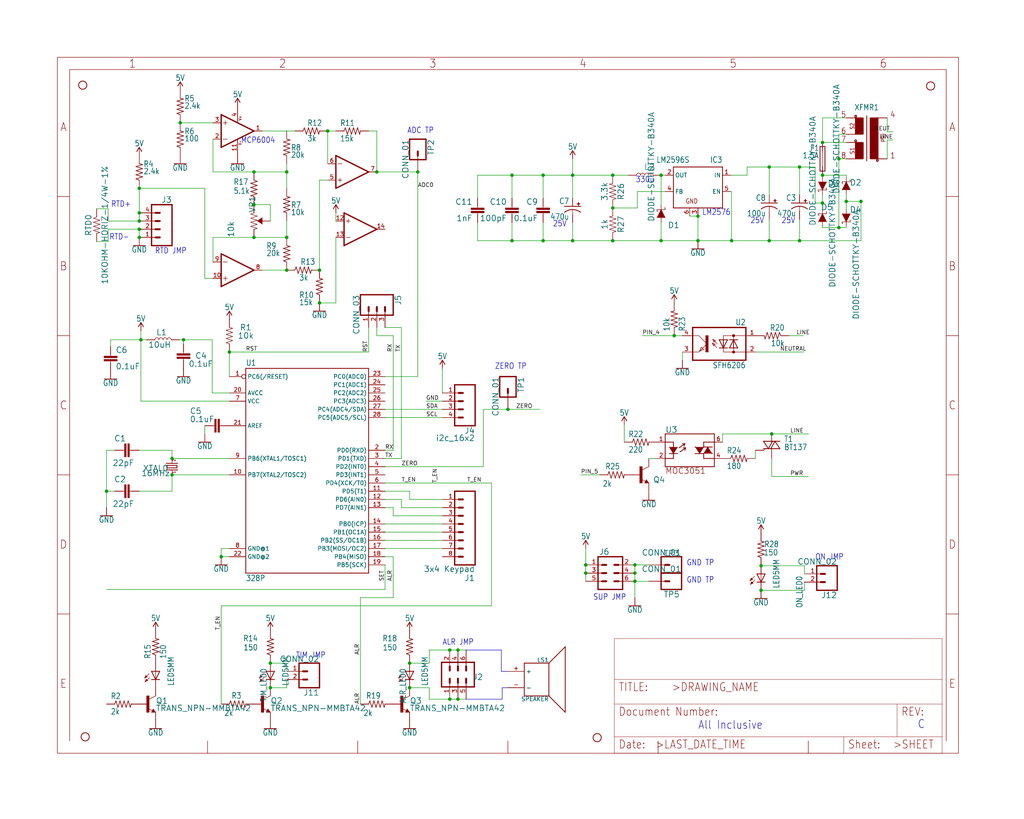
<source format=kicad_sch>
(kicad_sch (version 20220622) (generator eeschema)
  (paper "User" 317.5 254.051)
  (junction (at 78.74 73.66))
  (junction (at 204.978 74.676))
  (junction (at 68.58 172.72))
  (junction (at 83.82 205.74))
  (junction (at 83.82 213.36))
  (junction (at 88.9 53.34))
  (junction (at 33.02 152.4))
  (junction (at 238.506 74.676))
  (junction (at 247.904 51.816))
  (junction (at 127 205.74))
  (junction (at 196.85 180.34))
  (junction (at 196.85 175.26))
  (junction (at 139.446 216.916))
  (junction (at 235.966 175.514))
  (junction (at 255.016 62.992))
  (junction (at 247.904 74.676))
  (junction (at 177.546 54.356))
  (junction (at 116.84 53.34))
  (junction (at 56.896 105.41))
  (junction (at 226.822 74.676))
  (junction (at 181.61 175.26))
  (junction (at 78.74 53.34))
  (junction (at 43.18 71.12))
  (junction (at 262.382 62.484))
  (junction (at 239.268 134.62))
  (junction (at 177.546 74.676))
  (junction (at 88.9 83.82))
  (junction (at 168.402 74.676))
  (junction (at 238.506 51.816))
  (junction (at 43.18 58.42))
  (junction (at 101.6 40.64))
  (junction (at 139.446 201.676))
  (junction (at 189.992 64.516))
  (junction (at 78.74 63.5))
  (junction (at 189.992 74.676))
  (junction (at 43.18 66.04))
  (junction (at 196.85 177.8))
  (junction (at 71.12 109.22))
  (junction (at 157.48 127))
  (junction (at 266.954 62.484))
  (junction (at 99.06 83.82))
  (junction (at 88.9 73.66))
  (junction (at 255.016 44.196))
  (junction (at 216.408 67.056))
  (junction (at 189.992 54.356))
  (junction (at 260.096 70.612))
  (junction (at 204.978 54.356))
  (junction (at 55.88 38.1))
  (junction (at 158.75 54.356))
  (junction (at 255.016 54.356))
  (junction (at 141.986 201.676))
  (junction (at 168.402 54.356))
  (junction (at 43.18 73.66))
  (junction (at 43.18 68.58))
  (junction (at 141.986 216.916))
  (junction (at 158.75 74.676))
  (junction (at 43.688 105.41))
  (junction (at 53.34 142.24))
  (junction (at 53.34 147.32))
  (junction (at 181.61 177.8))
  (junction (at 127 213.36))
  (junction (at 99.06 93.98))
  (junction (at 209.042 104.14))
  (junction (at 260.096 49.276))
  (junction (at 216.408 74.676))
  (junction (at 129.54 53.34))
  (junction (at 235.966 183.134))
  (wire (pts (xy 276.86 43.434) (xy 275.082 43.434)))
  (wire (pts (xy 189.992 64.516) (xy 197.612 64.516)))
  (wire (pts (xy 124.46 157.48) (xy 137.16 157.48)))
  (wire (pts (xy 88.9 213.36) (xy 88.9 210.82)))
  (wire (pts (xy 141.986 201.676) (xy 144.526 201.676)))
  (wire (pts (xy 63.5 132.08) (xy 63.5 134.62)))
  (wire (pts (xy 260.096 49.276) (xy 260.096 70.612)))
  (wire (pts (xy 137.16 114.3) (xy 137.16 121.92)))
  (wire (pts (xy 78.74 53.34) (xy 88.9 53.34)))
  (wire (pts (xy 43.688 105.41) (xy 34.29 105.41)))
  (wire (pts (xy 119.38 165.1) (xy 137.16 165.1)))
  (polyline (pts (xy 155.448 201.676) (xy 144.526 201.676)))
  (wire (pts (xy 204.978 63.754) (xy 204.978 54.356)))
  (wire (pts (xy 255.016 62.992) (xy 252.73 62.992)))
  (wire (pts (xy 181.61 177.8) (xy 181.61 175.26)))
  (wire (pts (xy 224.028 134.62) (xy 239.268 134.62)))
  (wire (pts (xy 177.546 74.676) (xy 189.992 74.676)))
  (wire (pts (xy 255.016 55.118) (xy 255.016 54.356)))
  (wire (pts (xy 43.688 105.41) (xy 43.688 124.46)))
  (wire (pts (xy 177.546 69.088) (xy 177.546 74.676)))
  (wire (pts (xy 99.06 93.98) (xy 104.14 93.98)))
  (wire (pts (xy 53.34 142.24) (xy 71.12 142.24)))
  (wire (pts (xy 148.082 61.468) (xy 148.082 54.356)))
  (wire (pts (xy 260.096 49.276) (xy 260.096 41.656)))
  (wire (pts (xy 196.85 180.34) (xy 196.85 185.42)))
  (wire (pts (xy 249.428 180.594) (xy 249.428 183.134)))
  (wire (pts (xy 238.506 51.816) (xy 247.904 51.816)))
  (wire (pts (xy 133.096 216.916) (xy 139.446 216.916)))
  (wire (pts (xy 124.46 154.94) (xy 124.46 157.48)))
  (wire (pts (xy 206.248 59.436) (xy 197.612 59.436)))
  (wire (pts (xy 234.188 139.7) (xy 234.188 142.24)))
  (wire (pts (xy 127 152.4) (xy 119.38 152.4)))
  (wire (pts (xy 196.85 177.8) (xy 196.85 180.34)))
  (wire (pts (xy 33.528 64.77) (xy 33.528 68.58)))
  (wire (pts (xy 104.14 40.64) (xy 101.6 40.64)))
  (wire (pts (xy 124.46 101.6) (xy 119.38 101.6)))
  (wire (pts (xy 193.548 137.16) (xy 193.548 131.826)))
  (wire (pts (xy 121.92 157.48) (xy 119.38 157.48)))
  (wire (pts (xy 88.9 208.28) (xy 88.9 205.74)))
  (wire (pts (xy 149.86 127) (xy 157.48 127)))
  (wire (pts (xy 266.954 74.676) (xy 247.904 74.676)))
  (wire (pts (xy 56.896 106.68) (xy 56.896 105.41)))
  (polyline (pts (xy 155.702 216.916) (xy 155.702 213.36)))
  (wire (pts (xy 33.02 152.4) (xy 33.02 157.48)))
  (wire (pts (xy 137.16 160.02) (xy 121.92 160.02)))
  (wire (pts (xy 255.016 60.198) (xy 255.016 62.992)))
  (wire (pts (xy 148.082 54.356) (xy 158.75 54.356)))
  (wire (pts (xy 104.14 68.58) (xy 104.14 66.04)))
  (wire (pts (xy 255.016 70.612) (xy 260.096 70.612)))
  (wire (pts (xy 244.602 104.14) (xy 249.174 104.14)))
  (wire (pts (xy 121.92 185.42) (xy 111.76 185.42)))
  (wire (pts (xy 201.168 152.4) (xy 201.168 152.654)))
  (wire (pts (xy 226.822 74.676) (xy 216.408 74.676)))
  (wire (pts (xy 213.868 67.056) (xy 216.408 67.056)))
  (wire (pts (xy 63.5 58.42) (xy 43.18 58.42)))
  (wire (pts (xy 88.9 73.66) (xy 88.9 68.58)))
  (wire (pts (xy 249.428 178.054) (xy 249.428 175.514)))
  (wire (pts (xy 65.786 121.92) (xy 65.786 105.41)))
  (wire (pts (xy 185.928 147.32) (xy 180.086 147.32)))
  (wire (pts (xy 119.38 129.54) (xy 137.16 129.54)))
  (wire (pts (xy 88.9 205.74) (xy 83.82 205.74)))
  (wire (pts (xy 204.978 68.834) (xy 204.978 74.676)))
  (wire (pts (xy 127 154.94) (xy 127 152.4)))
  (wire (pts (xy 158.75 61.468) (xy 158.75 54.356)))
  (wire (pts (xy 276.86 40.894) (xy 275.082 40.894)))
  (wire (pts (xy 255.016 44.196) (xy 255.016 36.576)))
  (wire (pts (xy 116.84 104.14) (xy 116.84 101.6)))
  (wire (pts (xy 226.568 59.436) (xy 226.822 59.436)))
  (wire (pts (xy 177.546 54.356) (xy 189.992 54.356)))
  (wire (pts (xy 68.58 218.44) (xy 68.58 187.96)))
  (wire (pts (xy 129.54 116.84) (xy 129.54 53.34)))
  (wire (pts (xy 33.02 182.88) (xy 119.38 182.88)))
  (wire (pts (xy 119.38 149.86) (xy 152.4 149.86)))
  (wire (pts (xy 66.04 73.66) (xy 78.74 73.66)))
  (wire (pts (xy 152.4 187.96) (xy 152.4 149.86)))
  (wire (pts (xy 71.12 109.22) (xy 114.3 109.22)))
  (wire (pts (xy 68.58 187.96) (xy 152.4 187.96)))
  (wire (pts (xy 65.786 121.92) (xy 71.12 121.92)))
  (wire (pts (xy 252.73 62.992) (xy 252.73 51.816)))
  (wire (pts (xy 262.382 62.484) (xy 262.382 60.198)))
  (wire (pts (xy 121.92 185.42) (xy 121.92 172.72)))
  (polyline (pts (xy 155.448 208.28) (xy 155.448 201.676)))
  (wire (pts (xy 148.082 74.676) (xy 158.75 74.676)))
  (wire (pts (xy 121.92 104.14) (xy 116.84 104.14)))
  (wire (pts (xy 157.48 127) (xy 167.386 127)))
  (wire (pts (xy 201.168 142.24) (xy 203.708 142.24)))
  (wire (pts (xy 139.446 201.676) (xy 141.986 201.676)))
  (wire (pts (xy 247.904 51.816) (xy 252.73 51.816)))
  (wire (pts (xy 83.82 213.36) (xy 88.9 213.36)))
  (wire (pts (xy 239.268 142.24) (xy 239.268 147.828)))
  (wire (pts (xy 168.402 74.676) (xy 177.546 74.676)))
  (wire (pts (xy 104.14 93.98) (xy 104.14 73.66)))
  (wire (pts (xy 255.016 54.356) (xy 262.382 54.356)))
  (wire (pts (xy 247.904 60.452) (xy 247.904 51.816)))
  (wire (pts (xy 66.04 86.36) (xy 63.5 86.36)))
  (wire (pts (xy 262.382 36.576) (xy 255.016 36.576)))
  (wire (pts (xy 196.85 177.8) (xy 196.85 175.26)))
  (wire (pts (xy 231.648 54.356) (xy 231.648 51.816)))
  (wire (pts (xy 68.58 172.72) (xy 68.58 170.18)))
  (wire (pts (xy 43.688 102.616) (xy 43.688 105.41)))
  (wire (pts (xy 119.38 139.7) (xy 121.92 139.7)))
  (wire (pts (xy 99.06 55.88) (xy 101.6 55.88)))
  (wire (pts (xy 189.992 54.356) (xy 194.818 54.356)))
  (wire (pts (xy 275.082 43.434) (xy 275.082 49.276)))
  (wire (pts (xy 33.528 68.58) (xy 43.18 68.58)))
  (wire (pts (xy 66.04 38.1) (xy 55.88 38.1)))
  (wire (pts (xy 43.18 68.58) (xy 43.18 66.04)))
  (wire (pts (xy 224.028 137.16) (xy 224.028 134.62)))
  (wire (pts (xy 29.972 74.93) (xy 33.528 74.93)))
  (wire (pts (xy 177.546 54.356) (xy 177.546 49.276)))
  (wire (pts (xy 71.12 109.22) (xy 71.12 116.84)))
  (wire (pts (xy 81.28 83.82) (xy 88.9 83.82)))
  (wire (pts (xy 114.3 101.6) (xy 114.3 109.22)))
  (wire (pts (xy 260.096 70.612) (xy 262.382 70.612)))
  (wire (pts (xy 262.382 70.104) (xy 262.382 70.612)))
  (wire (pts (xy 247.904 68.072) (xy 247.904 74.676)))
  (wire (pts (xy 33.528 71.12) (xy 43.18 71.12)))
  (wire (pts (xy 204.978 74.676) (xy 189.992 74.676)))
  (wire (pts (xy 63.5 86.36) (xy 63.5 58.42)))
  (wire (pts (xy 88.9 53.34) (xy 88.9 58.42)))
  (wire (pts (xy 66.04 53.34) (xy 78.74 53.34)))
  (wire (pts (xy 137.16 124.46) (xy 132.08 124.46)))
  (polyline (pts (xy 157.48 208.28) (xy 155.448 208.28)))
  (wire (pts (xy 133.096 205.74) (xy 133.096 201.676)))
  (wire (pts (xy 249.428 183.134) (xy 235.966 183.134)))
  (wire (pts (xy 111.76 185.42) (xy 111.76 218.44)))
  (wire (pts (xy 234.442 109.22) (xy 249.174 109.22)))
  (wire (pts (xy 124.46 142.24) (xy 124.46 101.6)))
  (wire (pts (xy 119.38 116.84) (xy 129.54 116.84)))
  (polyline (pts (xy 144.526 216.916) (xy 155.702 216.916)))
  (wire (pts (xy 66.04 43.18) (xy 66.04 53.34)))
  (wire (pts (xy 127 205.74) (xy 133.096 205.74)))
  (wire (pts (xy 211.582 109.22) (xy 211.582 111.76)))
  (wire (pts (xy 83.82 63.5) (xy 78.74 63.5)))
  (wire (pts (xy 55.626 105.41) (xy 56.896 105.41)))
  (wire (pts (xy 66.04 81.28) (xy 66.04 73.66)))
  (wire (pts (xy 199.136 104.14) (xy 209.042 104.14)))
  (wire (pts (xy 53.34 147.32) (xy 53.34 152.4)))
  (wire (pts (xy 262.382 62.484) (xy 266.954 62.484)))
  (wire (pts (xy 71.12 172.72) (xy 68.58 172.72)))
  (wire (pts (xy 116.84 53.34) (xy 129.54 53.34)))
  (wire (pts (xy 177.546 61.468) (xy 177.546 54.356)))
  (wire (pts (xy 34.29 105.41) (xy 34.29 107.442)))
  (wire (pts (xy 141.986 216.916) (xy 139.446 216.916)))
  (wire (pts (xy 209.042 104.14) (xy 211.582 104.14)))
  (wire (pts (xy 35.56 139.7) (xy 33.02 139.7)))
  (wire (pts (xy 81.28 40.64) (xy 91.44 40.64)))
  (wire (pts (xy 119.38 170.18) (xy 137.16 170.18)))
  (wire (pts (xy 196.85 175.26) (xy 201.168 175.26)))
  (wire (pts (xy 127 213.36) (xy 133.096 213.36)))
  (wire (pts (xy 148.082 69.088) (xy 148.082 74.676)))
  (wire (pts (xy 101.6 40.64) (xy 101.6 50.8)))
  (wire (pts (xy 35.56 152.4) (xy 33.02 152.4)))
  (wire (pts (xy 168.402 69.088) (xy 168.402 74.676)))
  (wire (pts (xy 119.38 162.56) (xy 137.16 162.56)))
  (wire (pts (xy 197.612 59.436) (xy 197.612 64.516)))
  (wire (pts (xy 247.904 74.676) (xy 238.506 74.676)))
  (wire (pts (xy 168.402 54.356) (xy 177.546 54.356)))
  (wire (pts (xy 71.12 147.32) (xy 53.34 147.32)))
  (wire (pts (xy 260.096 49.276) (xy 262.382 49.276)))
  (wire (pts (xy 149.86 144.78) (xy 149.86 127)))
  (wire (pts (xy 239.268 147.828) (xy 250.698 147.828)))
  (wire (pts (xy 119.38 142.24) (xy 124.46 142.24)))
  (wire (pts (xy 53.34 139.7) (xy 53.34 142.24)))
  (wire (pts (xy 116.84 53.34) (xy 116.84 40.64)))
  (wire (pts (xy 71.12 124.46) (xy 43.688 124.46)))
  (wire (pts (xy 33.02 139.7) (xy 33.02 152.4)))
  (wire (pts (xy 266.954 62.484) (xy 267.208 62.484)))
  (wire (pts (xy 255.016 62.992) (xy 255.016 65.024)))
  (wire (pts (xy 29.972 64.77) (xy 33.528 64.77)))
  (wire (pts (xy 206.248 54.356) (xy 204.978 54.356)))
  (wire (pts (xy 33.528 74.93) (xy 33.528 71.12)))
  (wire (pts (xy 216.408 74.676) (xy 204.978 74.676)))
  (wire (pts (xy 56.896 105.41) (xy 65.786 105.41)))
  (wire (pts (xy 226.822 59.436) (xy 226.822 74.676)))
  (wire (pts (xy 137.16 154.94) (xy 127 154.94)))
  (wire (pts (xy 238.506 68.072) (xy 238.506 74.676)))
  (wire (pts (xy 231.648 51.816) (xy 238.506 51.816)))
  (wire (pts (xy 53.34 152.4) (xy 43.18 152.4)))
  (wire (pts (xy 99.06 55.88) (xy 99.06 83.82)))
  (wire (pts (xy 119.38 154.94) (xy 124.46 154.94)))
  (wire (pts (xy 168.402 61.468) (xy 168.402 54.356)))
  (wire (pts (xy 43.18 71.12) (xy 43.18 73.66)))
  (wire (pts (xy 158.75 69.088) (xy 158.75 74.676)))
  (wire (pts (xy 238.506 74.676) (xy 226.822 74.676)))
  (wire (pts (xy 83.82 68.58) (xy 83.82 63.5)))
  (wire (pts (xy 88.9 53.34) (xy 88.9 50.8)))
  (wire (pts (xy 43.18 66.04) (xy 43.18 58.42)))
  (wire (pts (xy 119.38 127) (xy 137.16 127)))
  (wire (pts (xy 181.61 175.26) (xy 181.61 170.18)))
  (wire (pts (xy 133.096 213.36) (xy 133.096 216.916)))
  (wire (pts (xy 141.986 216.916) (xy 144.526 216.916)))
  (wire (pts (xy 121.92 160.02) (xy 121.92 157.48)))
  (polyline (pts (xy 157.48 213.36) (xy 155.702 213.36)))
  (wire (pts (xy 238.506 60.452) (xy 238.506 51.816)))
  (wire (pts (xy 255.016 70.104) (xy 255.016 70.612)))
  (wire (pts (xy 260.096 41.656) (xy 262.382 41.656)))
  (wire (pts (xy 68.58 170.18) (xy 71.12 170.18)))
  (wire (pts (xy 262.382 44.196) (xy 255.016 44.196)))
  (wire (pts (xy 262.382 54.356) (xy 262.382 55.118)))
  (wire (pts (xy 189.992 64.262) (xy 189.992 64.516)))
  (wire (pts (xy 275.082 40.894) (xy 275.082 36.576)))
  (wire (pts (xy 266.954 62.484) (xy 266.954 74.676)))
  (wire (pts (xy 133.096 201.676) (xy 139.446 201.676)))
  (wire (pts (xy 45.466 105.41) (xy 43.688 105.41)))
  (wire (pts (xy 158.75 54.356) (xy 168.402 54.356)))
  (wire (pts (xy 216.408 67.056) (xy 216.408 74.676)))
  (wire (pts (xy 181.61 180.34) (xy 181.61 177.8)))
  (wire (pts (xy 262.382 65.024) (xy 262.382 62.484)))
  (wire (pts (xy 78.74 73.66) (xy 88.9 73.66)))
  (wire (pts (xy 121.92 139.7) (xy 121.92 104.14)))
  (wire (pts (xy 119.38 182.88) (xy 119.38 175.26)))
  (wire (pts (xy 119.38 172.72) (xy 121.92 172.72)))
  (wire (pts (xy 43.18 139.7) (xy 53.34 139.7)))
  (wire (pts (xy 119.38 167.64) (xy 137.16 167.64)))
  (wire (pts (xy 249.428 175.514) (xy 235.966 175.514)))
  (wire (pts (xy 239.268 134.62) (xy 250.698 134.62)))
  (wire (pts (xy 116.84 40.64) (xy 114.3 40.64)))
  (wire (pts (xy 119.38 144.78) (xy 149.86 144.78)))
  (wire (pts (xy 158.75 74.676) (xy 168.402 74.676)))
  (wire (pts (xy 226.568 54.356) (xy 231.648 54.356)))
  (wire (pts (xy 196.85 180.34) (xy 201.168 180.34)))
  (text "GND TP" (at 212.852 181.102 0) (effects (font (size 1.778 1.5113)) (justify left bottom)))
  (text "All Inclusive" (at 216.408 226.568 0) (effects (font (size 2.54 2.159)) (justify left bottom)))
  (text "ADC TP" (at 126.238 41.656 0) (effects (font (size 1.778 1.5113)) (justify left bottom)))
  (text "RTD+" (at 40.64 64.516 0) (effects (font (size 1.778 1.5113)) (justify right bottom)))
  (text "GND TP" (at 212.852 175.768 0) (effects (font (size 1.778 1.5113)) (justify left bottom)))
  (text "SUP JMP" (at 183.896 186.436 0) (effects (font (size 1.778 1.5113)) (justify left bottom)))
  (text "C" (at 284.48 226.314 0) (effects (font (size 2.54 2.159)) (justify left bottom)))
  (text "RTD JMP" (at 48.006 78.994 0) (effects (font (size 1.778 1.5113)) (justify left bottom)))
  (text "ZERO TP" (at 153.416 114.808 0) (effects (font (size 1.778 1.5113)) (justify left bottom)))
  (text "330u" (at 202.946 56.896 0) (effects (font (size 1.778 1.5113)) (justify right bottom)))
  (text "ALR JMP" (at 137.16 200.406 0) (effects (font (size 1.778 1.5113)) (justify left bottom)))
  (text "25V" (at 236.982 69.596 0) (effects (font (size 1.778 1.5113)) (justify right bottom)))
  (text "RTD-" (at 40.132 74.676 0) (effects (font (size 1.778 1.5113)) (justify right bottom)))
  (text "MCP6004" (at 74.676 44.704 0) (effects (font (size 1.778 1.5113)) (justify left bottom)))
  (text "ON JMP" (at 252.73 173.99 0) (effects (font (size 1.778 1.5113)) (justify left bottom)))
  (text "LM2576" (at 217.678 67.056 0) (effects (font (size 1.778 1.5113)) (justify left bottom)))
  (text "TIM JMP" (at 91.694 204.47 0) (effects (font (size 1.778 1.5113)) (justify left bottom)))
  (text "25V" (at 246.634 69.596 0) (effects (font (size 1.778 1.5113)) (justify right bottom)))
  (text "25V" (at 175.768 70.612 0) (effects (font (size 1.778 1.5113)) (justify right bottom)))
  (label "ALR" (at 111.76 203.2 90) (effects (font (size 1.2446 1.2446))))
  (label "NEUT" (at 275.971 40.894 180) (effects (font (size 1.2446 1.2446))))
  (label "ALR" (at 121.92 180.34 90) (effects (font (size 1.2446 1.2446))))
  (label "LINE" (at 244.983 134.62 0) (effects (font (size 1.2446 1.2446))))
  (label "GND" (at 132.08 124.46 0) (effects (font (size 1.2446 1.2446))))
  (label "LINE" (at 276.86 43.434 180) (effects (font (size 1.2446 1.2446))))
  (label "ZERO" (at 160.02 127 0) (effects (font (size 1.2446 1.2446))))
  (label "SET" (at 119.38 180.34 90) (effects (font (size 1.2446 1.2446))))
  (label "T_EN" (at 68.58 195.58 90) (effects (font (size 1.2446 1.2446))))
  (label "TX" (at 119.38 142.24 0) (effects (font (size 1.2446 1.2446))))
  (label "PIN_5" (at 180.086 147.32 0) (effects (font (size 1.2446 1.2446))))
  (label "ADC0" (at 129.54 58.42 0) (effects (font (size 1.2446 1.2446))))
  (label "PIN_4" (at 199.136 104.14 0) (effects (font (size 1.2446 1.2446))))
  (label "RX" (at 121.92 109.22 90) (effects (font (size 1.2446 1.2446))))
  (label "NEUTRAL" (at 241.808 109.22 0) (effects (font (size 1.2446 1.2446))))
  (label "TX" (at 124.46 109.22 90) (effects (font (size 1.2446 1.2446))))
  (label "T_EN" (at 124.46 149.86 0) (effects (font (size 1.2446 1.2446))))
  (label "SDA" (at 132.08 127 0) (effects (font (size 1.2446 1.2446))))
  (label "SCL" (at 132.08 129.54 0) (effects (font (size 1.2446 1.2446))))
  (label "T_EN" (at 144.78 149.86 0) (effects (font (size 1.2446 1.2446))))
  (label "LINE" (at 246.888 104.14 0) (effects (font (size 1.2446 1.2446))))
  (label "T_EN" (at 135.89 149.86 90) (effects (font (size 1.2446 1.2446))))
  (label "RST" (at 76.2 109.22 0) (effects (font (size 1.2446 1.2446))))
  (label "ALR" (at 111.76 218.44 90) (effects (font (size 1.2446 1.2446))))
  (label "PWR" (at 244.983 147.828 0) (effects (font (size 1.2446 1.2446))))
  (label "ZERO" (at 124.46 144.78 0) (effects (font (size 1.2446 1.2446))))
  (label "RST" (at 114.3 109.22 90) (effects (font (size 1.2446 1.2446))))
  (label "RX" (at 119.38 139.7 0) (effects (font (size 1.2446 1.2446))))
  (symbol (lib_id "Report Cut-up schematic-eagle-import:FRAME_A_L") (at 190.5 233.68 0) (unit 2)
    (default_instance (reference "U") (unit 1) (value "") (footprint ""))
    (property "Reference" "#FRAME1" (effects hide))
    (property "Value" "FRAME_A_L" (effects hide))
    (property "Footprint" "Report Cut-up schematic:" (effects hide))
  )
  (symbol (lib_id "Report Cut-up schematic-eagle-import:R-US_R0603") (at 78.74 58.42 270) (unit 1)
    (default_instance (reference "U") (unit 1) (value "") (footprint ""))
    (property "Reference" "R17" (at 72.39 57.3786 90) (effects (font (size 1.778 1.5113)) (justify left bottom)))
    (property "Value" "5.1k" (at 72.39 60.198 90) (effects (font (size 1.778 1.5113)) (justify left bottom)))
    (property "Footprint" "Report Cut-up schematic:R0603" (effects hide))
  )
  (symbol (lib_id "Report Cut-up schematic-eagle-import:TRANS_NPN-MMBTA42") (at 45.72 218.44 0) (unit 1)
    (default_instance (reference "U") (unit 1) (value "") (footprint ""))
    (property "Reference" "Q1" (at 48.26 218.44 0) (effects (font (size 1.778 1.778)) (justify left bottom)))
    (property "Value" "TRANS_NPN-MMBTA42" (at 48.26 220.726 0) (effects (font (size 1.778 1.778)) (justify left bottom)))
    (property "Footprint" "Report Cut-up schematic:SOT23-3" (effects hide))
  )
  (symbol (lib_id "Report Cut-up schematic-eagle-import:10KOHM-0603-1{slash}10W-1%") (at 71.12 104.14 90) (unit 1)
    (default_instance (reference "U") (unit 1) (value "") (footprint ""))
    (property "Reference" "R1" (at 76.2 100.584 90) (effects (font (size 1.778 1.778)) (justify bottom)))
    (property "Value" "10k" (at 76.2 105.156 90) (effects (font (size 1.778 1.778)) (justify top)))
    (property "Footprint" "Report Cut-up schematic:0603" (effects hide))
  )
  (symbol (lib_id "Report Cut-up schematic-eagle-import:5V") (at 55.88 27.94 0) (unit 1)
    (default_instance (reference "U") (unit 1) (value "") (footprint ""))
    (property "Reference" "#SUPPLY6" (effects hide))
    (property "Value" "5V" (at 55.88 25.146 0) (effects (font (size 1.778 1.5113)) (justify bottom)))
    (property "Footprint" "Report Cut-up schematic:" (effects hide))
  )
  (symbol (lib_id "Report Cut-up schematic-eagle-import:EE20-2") (at 270.002 41.656 0) (mirror y) (unit 1)
    (default_instance (reference "U") (unit 1) (value "") (footprint ""))
    (property "Reference" "XFMR1" (at 272.542 34.29 0) (effects (font (size 1.778 1.5113)) (justify left bottom)))
    (property "Value" "EE20-2" (effects hide))
    (property "Footprint" "Report Cut-up schematic:EE20-2" (effects hide))
  )
  (symbol (lib_id "Report Cut-up schematic-eagle-import:GND") (at 43.18 76.2 0) (mirror y) (unit 1)
    (default_instance (reference "U") (unit 1) (value "") (footprint ""))
    (property "Reference" "#GND14" (effects hide))
    (property "Value" "GND" (at 43.18 76.454 0) (effects (font (size 1.778 1.5113)) (justify top)))
    (property "Footprint" "Report Cut-up schematic:" (effects hide))
  )
  (symbol (lib_id "Report Cut-up schematic-eagle-import:R-US_R0603") (at 209.042 99.06 270) (mirror x) (unit 1)
    (default_instance (reference "U") (unit 1) (value "") (footprint ""))
    (property "Reference" "R23" (at 210.5406 102.87 0) (effects (font (size 1.778 1.5113)) (justify left bottom)))
    (property "Value" "10k" (at 205.74 102.87 0) (effects (font (size 1.778 1.5113)) (justify left bottom)))
    (property "Footprint" "Report Cut-up schematic:R0603" (effects hide))
  )
  (symbol (lib_id "Report Cut-up schematic-eagle-import:STAND-OFF") (at 26.416 228.6 0) (unit 1)
    (default_instance (reference "U") (unit 1) (value "") (footprint ""))
    (property "Reference" "H3" (effects hide))
    (property "Value" "STAND-OFF" (effects hide))
    (property "Footprint" "Report Cut-up schematic:STAND-OFF" (effects hide))
  )
  (symbol (lib_id "Report Cut-up schematic-eagle-import:5V") (at 43.18 48.26 0) (unit 1)
    (default_instance (reference "U") (unit 1) (value "") (footprint ""))
    (property "Reference" "#SUPPLY5" (effects hide))
    (property "Value" "5V" (at 43.18 45.466 0) (effects (font (size 1.778 1.5113)) (justify bottom)))
    (property "Footprint" "Report Cut-up schematic:" (effects hide))
  )
  (symbol (lib_id "Report Cut-up schematic-eagle-import:STAND-OFF") (at 25.654 26.416 0) (unit 1)
    (default_instance (reference "U") (unit 1) (value "") (footprint ""))
    (property "Reference" "H2" (effects hide))
    (property "Value" "STAND-OFF" (effects hide))
    (property "Footprint" "Report Cut-up schematic:STAND-OFF" (effects hide))
  )
  (symbol (lib_id "Report Cut-up schematic-eagle-import:5V") (at 193.548 131.826 0) (unit 1)
    (default_instance (reference "U") (unit 1) (value "") (footprint ""))
    (property "Reference" "#SUPPLY14" (effects hide))
    (property "Value" "5V" (at 193.548 129.032 0) (effects (font (size 1.778 1.5113)) (justify bottom)))
    (property "Footprint" "Report Cut-up schematic:" (effects hide))
  )
  (symbol (lib_id "Report Cut-up schematic-eagle-import:R-US_R0603") (at 55.88 33.02 90) (unit 1)
    (default_instance (reference "U") (unit 1) (value "") (footprint ""))
    (property "Reference" "R5" (at 57.15 31.5214 90) (effects (font (size 1.778 1.5113)) (justify right top)))
    (property "Value" "2.4k" (at 57.15 33.782 90) (effects (font (size 1.778 1.5113)) (justify right top)))
    (property "Footprint" "Report Cut-up schematic:R0603" (effects hide))
  )
  (symbol (lib_id "Report Cut-up schematic-eagle-import:22PF-0603-50V-5%") (at 40.64 139.7 90) (unit 1)
    (default_instance (reference "U") (unit 1) (value "") (footprint ""))
    (property "Reference" "C1" (at 39.116 135.001 90) (effects (font (size 1.778 1.778)) (justify left bottom)))
    (property "Value" "22pF" (at 41.656 142.621 90) (effects (font (size 1.778 1.778)) (justify left bottom)))
    (property "Footprint" "Report Cut-up schematic:0603" (effects hide))
  )
  (symbol (lib_id "Report Cut-up schematic-eagle-import:GND") (at 56.896 116.84 0) (unit 1)
    (default_instance (reference "U") (unit 1) (value "") (footprint ""))
    (property "Reference" "#GND17" (effects hide))
    (property "Value" "GND" (at 56.896 117.094 0) (effects (font (size 1.778 1.5113)) (justify top)))
    (property "Footprint" "Report Cut-up schematic:" (effects hide))
  )
  (symbol (lib_id "Report Cut-up schematic-eagle-import:CONN_04") (at 142.24 124.46 180) (unit 1)
    (default_instance (reference "U") (unit 1) (value "") (footprint ""))
    (property "Reference" "J4" (at 147.32 132.588 0) (effects (font (size 1.778 1.778)) (justify left bottom)))
    (property "Value" "i2c_16x2" (at 147.32 134.874 0) (effects (font (size 1.778 1.778)) (justify left bottom)))
    (property "Footprint" "Report Cut-up schematic:1X04" (effects hide))
  )
  (symbol (lib_id "Report Cut-up schematic-eagle-import:R-US_R0603") (at 38.1 218.44 0) (unit 1)
    (default_instance (reference "U") (unit 1) (value "") (footprint ""))
    (property "Reference" "R2" (at 34.29 216.9414 0) (effects (font (size 1.778 1.5113)) (justify left bottom)))
    (property "Value" "2k" (at 34.29 221.742 0) (effects (font (size 1.778 1.5113)) (justify left bottom)))
    (property "Footprint" "Report Cut-up schematic:R0603" (effects hide))
  )
  (symbol (lib_id "Report Cut-up schematic-eagle-import:MOC3051") (at 213.868 139.7 0) (unit 1)
    (default_instance (reference "U") (unit 1) (value "") (footprint ""))
    (property "Reference" "U3" (at 206.248 134.366 0) (effects (font (size 1.778 1.778)) (justify left bottom)))
    (property "Value" "MOC3051" (effects hide))
    (property "Footprint" "Report Cut-up schematic:DIP8SMD" (effects hide))
  )
  (symbol (lib_id "Report Cut-up schematic-eagle-import:10KOHM-HORIZ-1{slash}4W-1%") (at 29.972 69.85 90) (mirror x) (unit 1)
    (default_instance (reference "U") (unit 1) (value "") (footprint ""))
    (property "Reference" "RTD0" (at 28.448 69.85 0) (effects (font (size 1.778 1.778)) (justify bottom)))
    (property "Value" "10KOHM-HORIZ-1{slash}4W-1%" (at 31.496 69.85 0) (effects (font (size 1.778 1.778)) (justify top)))
    (property "Footprint" "Report Cut-up schematic:AXIAL-0.3" (effects hide))
  )
  (symbol (lib_id "Report Cut-up schematic-eagle-import:CONN_03") (at 116.84 93.98 270) (unit 1)
    (default_instance (reference "U") (unit 1) (value "") (footprint ""))
    (property "Reference" "J5" (at 122.428 91.44 0) (effects (font (size 1.778 1.778)) (justify left bottom)))
    (property "Value" "CONN_03" (at 109.474 91.44 0) (effects (font (size 1.778 1.778)) (justify left bottom)))
    (property "Footprint" "Report Cut-up schematic:1X03" (effects hide))
  )
  (symbol (lib_id "Report Cut-up schematic-eagle-import:5V") (at 137.16 114.3 0) (mirror y) (unit 1)
    (default_instance (reference "U") (unit 1) (value "") (footprint ""))
    (property "Reference" "#SUPPLY3" (effects hide))
    (property "Value" "5V" (at 137.16 111.506 0) (effects (font (size 1.778 1.5113)) (justify bottom)))
    (property "Footprint" "Report Cut-up schematic:" (effects hide))
  )
  (symbol (lib_id "Report Cut-up schematic-eagle-import:CONN_03X2FEMALE") (at 189.23 177.8 0) (unit 1)
    (default_instance (reference "U") (unit 1) (value "") (footprint ""))
    (property "Reference" "J6" (at 185.674 172.212 0) (effects (font (size 1.778 1.778)) (justify left bottom)))
    (property "Value" "FEMALE 2x3" (effects hide))
    (property "Footprint" "Report Cut-up schematic:2X3" (effects hide))
  )
  (symbol (lib_id "Report Cut-up schematic-eagle-import:GND") (at 99.06 96.52 0) (mirror y) (unit 1)
    (default_instance (reference "U") (unit 1) (value "") (footprint ""))
    (property "Reference" "#GND13" (effects hide))
    (property "Value" "GND" (at 99.06 96.774 0) (effects (font (size 1.778 1.5113)) (justify top)))
    (property "Footprint" "Report Cut-up schematic:" (effects hide))
  )
  (symbol (lib_id "Report Cut-up schematic-eagle-import:GND") (at 73.66 50.8 0) (mirror y) (unit 1)
    (default_instance (reference "U") (unit 1) (value "") (footprint ""))
    (property "Reference" "#GND10" (effects hide))
    (property "Value" "GND" (at 73.66 51.054 0) (effects (font (size 1.778 1.5113)) (justify top)))
    (property "Footprint" "Report Cut-up schematic:" (effects hide))
  )
  (symbol (lib_id "Report Cut-up schematic-eagle-import:LED5MM") (at 48.26 208.28 0) (unit 1)
    (default_instance (reference "U") (unit 1) (value "") (footprint ""))
    (property "Reference" "SET_LED0" (effects hide))
    (property "Value" "LED5MM" (at 53.975 212.852 90) (effects (font (size 1.778 1.5113)) (justify left bottom)))
    (property "Footprint" "Report Cut-up schematic:LED5MM" (effects hide))
  )
  (symbol (lib_id "Report Cut-up schematic-eagle-import:GND") (at 235.966 185.674 0) (unit 1)
    (default_instance (reference "U") (unit 1) (value "") (footprint ""))
    (property "Reference" "#GND12" (effects hide))
    (property "Value" "GND" (at 235.966 185.928 0) (effects (font (size 1.778 1.5113)) (justify top)))
    (property "Footprint" "Report Cut-up schematic:" (effects hide))
  )
  (symbol (lib_id "Report Cut-up schematic-eagle-import:MCP604SL") (at 111.76 71.12 0) (unit 4)
    (default_instance (reference "U") (unit 1) (value "") (footprint ""))
    (property "Reference" "IC1" (effects hide))
    (property "Value" "MCP604SL" (effects hide))
    (property "Footprint" "Report Cut-up schematic:SO14" (effects hide))
  )
  (symbol (lib_id "Report Cut-up schematic-eagle-import:MCP604SL") (at 109.22 53.34 0) (mirror x) (unit 2)
    (default_instance (reference "U") (unit 1) (value "") (footprint ""))
    (property "Reference" "IC1" (effects hide))
    (property "Value" "MCP604SL" (effects hide))
    (property "Footprint" "Report Cut-up schematic:SO14" (effects hide))
  )
  (symbol (lib_id "Report Cut-up schematic-eagle-import:GND") (at 34.29 117.602 0) (unit 1)
    (default_instance (reference "U") (unit 1) (value "") (footprint ""))
    (property "Reference" "#GND16" (effects hide))
    (property "Value" "GND" (at 34.29 117.856 0) (effects (font (size 1.778 1.5113)) (justify top)))
    (property "Footprint" "Report Cut-up schematic:" (effects hide))
  )
  (symbol (lib_id "Report Cut-up schematic-eagle-import:22PF-0603-50V-5%") (at 40.64 152.4 90) (unit 1)
    (default_instance (reference "U") (unit 1) (value "") (footprint ""))
    (property "Reference" "C2" (at 39.116 147.701 90) (effects (font (size 1.778 1.778)) (justify left bottom)))
    (property "Value" "22pF" (at 41.656 155.321 90) (effects (font (size 1.778 1.778)) (justify left bottom)))
    (property "Footprint" "Report Cut-up schematic:0603" (effects hide))
  )
  (symbol (lib_id "Report Cut-up schematic-eagle-import:TRANS_NPN-MMBTA42") (at 124.46 218.44 0) (unit 1)
    (default_instance (reference "U") (unit 1) (value "") (footprint ""))
    (property "Reference" "Q3" (at 127 218.44 0) (effects (font (size 1.778 1.778)) (justify left bottom)))
    (property "Value" "TRANS_NPN-MMBTA42" (at 127 220.726 0) (effects (font (size 1.778 1.778)) (justify left bottom)))
    (property "Footprint" "Report Cut-up schematic:SOT23-3" (effects hide))
  )
  (symbol (lib_id "Report Cut-up schematic-eagle-import:5V") (at 235.966 165.354 0) (mirror y) (unit 1)
    (default_instance (reference "U") (unit 1) (value "") (footprint ""))
    (property "Reference" "#SUPPLY13" (effects hide))
    (property "Value" "5V" (at 235.966 162.56 0) (effects (font (size 1.778 1.5113)) (justify bottom)))
    (property "Footprint" "Report Cut-up schematic:" (effects hide))
  )
  (symbol (lib_id "Report Cut-up schematic-eagle-import:R-US_R0603") (at 116.84 218.44 0) (unit 1)
    (default_instance (reference "U") (unit 1) (value "") (footprint ""))
    (property "Reference" "R19" (at 118.11 214.8586 0) (effects (font (size 1.778 1.5113)) (justify right top)))
    (property "Value" "2k" (at 115.57 220.218 0) (effects (font (size 1.778 1.5113)) (justify right top)))
    (property "Footprint" "Report Cut-up schematic:R0603" (effects hide))
  )
  (symbol (lib_id "Report Cut-up schematic-eagle-import:5V") (at 177.546 49.276 0) (unit 1)
    (default_instance (reference "U") (unit 1) (value "") (footprint ""))
    (property "Reference" "#SUPPLY15" (effects hide))
    (property "Value" "5V" (at 177.546 46.482 0) (effects (font (size 1.778 1.5113)) (justify bottom)))
    (property "Footprint" "Report Cut-up schematic:" (effects hide))
  )
  (symbol (lib_id "Report Cut-up schematic-eagle-import:5V") (at 127 195.58 0) (mirror y) (unit 1)
    (default_instance (reference "U") (unit 1) (value "") (footprint ""))
    (property "Reference" "#SUPPLY11" (effects hide))
    (property "Value" "5V" (at 127 192.786 0) (effects (font (size 1.778 1.5113)) (justify bottom)))
    (property "Footprint" "Report Cut-up schematic:" (effects hide))
  )
  (symbol (lib_id "Report Cut-up schematic-eagle-import:5V") (at 83.82 195.58 0) (mirror y) (unit 1)
    (default_instance (reference "U") (unit 1) (value "") (footprint ""))
    (property "Reference" "#SUPPLY9" (effects hide))
    (property "Value" "5V" (at 83.82 192.786 0) (effects (font (size 1.778 1.5113)) (justify bottom)))
    (property "Footprint" "Report Cut-up schematic:" (effects hide))
  )
  (symbol (lib_id "Report Cut-up schematic-eagle-import:R-US_R0603") (at 229.108 142.24 0) (unit 1)
    (default_instance (reference "U") (unit 1) (value "") (footprint ""))
    (property "Reference" "R24" (at 225.298 140.7414 0) (effects (font (size 1.778 1.5113)) (justify left bottom)))
    (property "Value" "180" (at 225.298 145.542 0) (effects (font (size 1.778 1.5113)) (justify left bottom)))
    (property "Footprint" "Report Cut-up schematic:R0603" (effects hide))
  )
  (symbol (lib_id "Report Cut-up schematic-eagle-import:MCP604SL") (at 73.66 83.82 0) (mirror x) (unit 3)
    (default_instance (reference "U") (unit 1) (value "") (footprint ""))
    (property "Reference" "IC1" (effects hide))
    (property "Value" "MCP604SL" (effects hide))
    (property "Footprint" "Report Cut-up schematic:SO14" (effects hide))
  )
  (symbol (lib_id "Report Cut-up schematic-eagle-import:1.0NF{slash}1000PF-0603-50V-10%") (at 148.082 66.548 0) (mirror y) (unit 1)
    (default_instance (reference "U") (unit 1) (value "") (footprint ""))
    (property "Reference" "C11" (at 146.558 63.627 0) (effects (font (size 1.778 1.778)) (justify left bottom)))
    (property "Value" "1nF" (at 146.558 68.707 0) (effects (font (size 1.778 1.778)) (justify left bottom)))
    (property "Footprint" "Report Cut-up schematic:0603" (effects hide))
  )
  (symbol (lib_id "Report Cut-up schematic-eagle-import:5V") (at 48.26 195.58 0) (mirror y) (unit 1)
    (default_instance (reference "U") (unit 1) (value "") (footprint ""))
    (property "Reference" "#SUPPLY4" (effects hide))
    (property "Value" "5V" (at 48.26 192.786 0) (effects (font (size 1.778 1.5113)) (justify bottom)))
    (property "Footprint" "Report Cut-up schematic:" (effects hide))
  )
  (symbol (lib_id "Report Cut-up schematic-eagle-import:MCP604SL") (at 73.66 40.64 0) (unit 1)
    (default_instance (reference "U") (unit 1) (value "") (footprint ""))
    (property "Reference" "IC1" (effects hide))
    (property "Value" "MCP604SL" (effects hide))
    (property "Footprint" "Report Cut-up schematic:SO14" (effects hide))
  )
  (symbol (lib_id "Report Cut-up schematic-eagle-import:DIODE-SCHOTTKY-B340A") (at 204.978 66.294 270) (mirror x) (unit 1)
    (default_instance (reference "U") (unit 1) (value "") (footprint ""))
    (property "Reference" "D1" (at 207.01 68.834 90) (effects (font (size 1.778 1.778)) (justify left bottom)))
    (property "Value" "DIODE-SCHOTTKY-B340A" (at 202.946 68.834 0) (effects (font (size 1.778 1.778)) (justify left top)))
    (property "Footprint" "Report Cut-up schematic:SMA-DIODE" (effects hide))
  )
  (symbol (lib_id "Report Cut-up schematic-eagle-import:DIODE-SCHOTTKY-B340A") (at 255.016 57.658 90) (mirror x) (unit 1)
    (default_instance (reference "U") (unit 1) (value "") (footprint ""))
    (property "Reference" "D3" (at 256.54 55.88 90) (effects (font (size 1.778 1.778)) (justify right top)))
    (property "Value" "DIODE-SCHOTTKY-B340A" (at 257.048 55.118 0) (effects (font (size 1.778 1.778)) (justify left top)))
    (property "Footprint" "Report Cut-up schematic:SMA-DIODE" (effects hide))
  )
  (symbol (lib_id "Report Cut-up schematic-eagle-import:R-US_R0603") (at 239.522 104.14 0) (mirror y) (unit 1)
    (default_instance (reference "U") (unit 1) (value "") (footprint ""))
    (property "Reference" "R20" (at 243.332 102.6414 0) (effects (font (size 1.778 1.5113)) (justify left bottom)))
    (property "Value" "10k" (at 243.332 107.442 0) (effects (font (size 1.778 1.5113)) (justify left bottom)))
    (property "Footprint" "Report Cut-up schematic:R0603" (effects hide))
  )
  (symbol (lib_id "Report Cut-up schematic-eagle-import:GND") (at 68.58 175.26 0) (unit 1)
    (default_instance (reference "U") (unit 1) (value "") (footprint ""))
    (property "Reference" "#GND21" (effects hide))
    (property "Value" "GND" (at 68.58 175.514 0) (effects (font (size 1.778 1.5113)) (justify top)))
    (property "Footprint" "Report Cut-up schematic:" (effects hide))
  )
  (symbol (lib_id "Report Cut-up schematic-eagle-import:SCREW-4") (at 48.26 71.12 0) (mirror y) (unit 1)
    (default_instance (reference "U") (unit 1) (value "") (footprint ""))
    (property "Reference" "J3" (at 53.34 62.992 0) (effects (font (size 1.778 1.778)) (justify left bottom)))
    (property "Value" "SCREW-4" (effects hide))
    (property "Footprint" "Report Cut-up schematic:SCREWTERMINAL-5MM-2" (effects hide))
  )
  (symbol (lib_id "Report Cut-up schematic-eagle-import:5V") (at 181.61 170.18 0) (mirror y) (unit 1)
    (default_instance (reference "U") (unit 1) (value "") (footprint ""))
    (property "Reference" "#SUPPLY10" (effects hide))
    (property "Value" "5V" (at 181.61 167.386 0) (effects (font (size 1.778 1.5113)) (justify bottom)))
    (property "Footprint" "Report Cut-up schematic:" (effects hide))
  )
  (symbol (lib_id "Report Cut-up schematic-eagle-import:LED5MM") (at 127 208.28 0) (unit 1)
    (default_instance (reference "U") (unit 1) (value "") (footprint ""))
    (property "Reference" "ALR_LED0" (at 123.952 207.264 90) (effects (font (size 1.778 1.5113)) (justify right top)))
    (property "Value" "LED5MM" (at 132.715 212.852 90) (effects (font (size 1.778 1.5113)) (justify left bottom)))
    (property "Footprint" "Report Cut-up schematic:LED5MM" (effects hide))
  )
  (symbol (lib_id "Report Cut-up schematic-eagle-import:R-US_R0603") (at 83.82 200.66 90) (unit 1)
    (default_instance (reference "U") (unit 1) (value "") (footprint ""))
    (property "Reference" "R14" (at 80.01 197.0786 90) (effects (font (size 1.778 1.5113)) (justify left bottom)))
    (property "Value" "150" (at 80.01 199.898 90) (effects (font (size 1.778 1.5113)) (justify left bottom)))
    (property "Footprint" "Report Cut-up schematic:R0603" (effects hide))
  )
  (symbol (lib_id "Report Cut-up schematic-eagle-import:GND") (at 48.26 226.06 0) (unit 1)
    (default_instance (reference "U") (unit 1) (value "") (footprint ""))
    (property "Reference" "#GND3" (effects hide))
    (property "Value" "GND" (at 48.26 226.314 0) (effects (font (size 1.778 1.5113)) (justify top)))
    (property "Footprint" "Report Cut-up schematic:" (effects hide))
  )
  (symbol (lib_id "Report Cut-up schematic-eagle-import:CONN_03X2FEMALE") (at 141.986 209.296 90) (unit 1)
    (default_instance (reference "U") (unit 1) (value "") (footprint ""))
    (property "Reference" "J2" (at 149.86 209.042 90) (effects (font (size 1.778 1.778)) (justify left bottom)))
    (property "Value" "FEMALE 2x3" (effects hide))
    (property "Footprint" "Report Cut-up schematic:2X3" (effects hide))
  )
  (symbol (lib_id "Report Cut-up schematic-eagle-import:R-US_R0603") (at 55.88 43.18 90) (unit 1)
    (default_instance (reference "U") (unit 1) (value "") (footprint ""))
    (property "Reference" "R6" (at 57.15 41.6814 90) (effects (font (size 1.778 1.5113)) (justify right top)))
    (property "Value" "100" (at 57.15 43.942 90) (effects (font (size 1.778 1.5113)) (justify right top)))
    (property "Footprint" "Report Cut-up schematic:R0603" (effects hide))
  )
  (symbol (lib_id "Report Cut-up schematic-eagle-import:GND") (at 201.168 155.194 0) (mirror y) (unit 1)
    (default_instance (reference "U") (unit 1) (value "") (footprint ""))
    (property "Reference" "#GND9" (effects hide))
    (property "Value" "GND" (at 201.168 155.448 0) (effects (font (size 1.778 1.5113)) (justify top)))
    (property "Footprint" "Report Cut-up schematic:" (effects hide))
  )
  (symbol (lib_id "Report Cut-up schematic-eagle-import:GND") (at 33.02 160.02 0) (unit 1)
    (default_instance (reference "U") (unit 1) (value "") (footprint ""))
    (property "Reference" "#GND19" (effects hide))
    (property "Value" "GND" (at 33.02 160.274 0) (effects (font (size 1.778 1.5113)) (justify top)))
    (property "Footprint" "Report Cut-up schematic:" (effects hide))
  )
  (symbol (lib_id "Report Cut-up schematic-eagle-import:R-US_R0603") (at 93.98 83.82 0) (unit 1)
    (default_instance (reference "U") (unit 1) (value "") (footprint ""))
    (property "Reference" "R13" (at 97.79 80.2386 0) (effects (font (size 1.778 1.5113)) (justify right top)))
    (property "Value" "3k" (at 92.71 87.122 0) (effects (font (size 1.778 1.5113)) (justify left bottom)))
    (property "Footprint" "Report Cut-up schematic:R0603" (effects hide))
  )
  (symbol (lib_id "Report Cut-up schematic-eagle-import:CONN_01") (at 208.788 180.34 180) (unit 1)
    (default_instance (reference "U") (unit 1) (value "") (footprint ""))
    (property "Reference" "TP5" (at 210.82 183.388 0) (effects (font (size 1.778 1.778)) (justify left bottom)))
    (property "Value" "CONN_01" (at 211.328 175.514 0) (effects (font (size 1.778 1.778)) (justify left bottom)))
    (property "Footprint" "Report Cut-up schematic:1X01" (effects hide))
  )
  (symbol (lib_id "Report Cut-up schematic-eagle-import:TRIMPOT-SMD-3MM-CLOSED-1{slash}8W-20%") (at 78.74 68.58 0) (mirror x) (unit 1)
    (default_instance (reference "U") (unit 1) (value "") (footprint ""))
    (property "Reference" "VR1" (at 77.216 66.04 90) (effects (font (size 1.778 1.778)) (justify right top)))
    (property "Value" "10k" (at 72.644 68.58 90) (effects (font (size 1.778 1.778)) (justify left bottom)))
    (property "Footprint" "Report Cut-up schematic:TRIMPOT-SMD-3MM-CLOSED" (effects hide))
  )
  (symbol (lib_id "Report Cut-up schematic-eagle-import:R-US_R0603") (at 235.966 170.434 90) (unit 1)
    (default_instance (reference "U") (unit 1) (value "") (footprint ""))
    (property "Reference" "R28" (at 241.554 167.8686 90) (effects (font (size 1.778 1.5113)) (justify left bottom)))
    (property "Value" "150" (at 241.3 170.434 90) (effects (font (size 1.778 1.5113)) (justify left bottom)))
    (property "Footprint" "Report Cut-up schematic:R0603" (effects hide))
  )
  (symbol (lib_id "Report Cut-up schematic-eagle-import:R-US_R0603") (at 43.18 53.34 90) (unit 1)
    (default_instance (reference "U") (unit 1) (value "") (footprint ""))
    (property "Reference" "R4" (at 44.45 51.8414 90) (effects (font (size 1.778 1.5113)) (justify right top)))
    (property "Value" "2.4k" (at 44.45 54.102 90) (effects (font (size 1.778 1.5113)) (justify right top)))
    (property "Footprint" "Report Cut-up schematic:R0603" (effects hide))
  )
  (symbol (lib_id "Report Cut-up schematic-eagle-import:CONN_08{dblquote}") (at 142.24 162.56 180) (unit 1)
    (default_instance (reference "U") (unit 1) (value "") (footprint ""))
    (property "Reference" "J1" (at 147.32 178.308 0) (effects (font (size 1.778 1.778)) (justify left bottom)))
    (property "Value" "3x4 Keypad" (at 147.32 175.514 0) (effects (font (size 1.778 1.778)) (justify left bottom)))
    (property "Footprint" "Report Cut-up schematic:1X08" (effects hide))
  )
  (symbol (lib_id "Report Cut-up schematic-eagle-import:R-US_R0603") (at 127 200.66 90) (unit 1)
    (default_instance (reference "U") (unit 1) (value "") (footprint ""))
    (property "Reference" "R18" (at 123.19 197.0786 90) (effects (font (size 1.778 1.5113)) (justify left bottom)))
    (property "Value" "150" (at 123.19 199.898 90) (effects (font (size 1.778 1.5113)) (justify left bottom)))
    (property "Footprint" "Report Cut-up schematic:R0603" (effects hide))
  )
  (symbol (lib_id "Report Cut-up schematic-eagle-import:GND") (at 211.582 114.3 0) (mirror y) (unit 1)
    (default_instance (reference "U") (unit 1) (value "") (footprint ""))
    (property "Reference" "#GND7" (effects hide))
    (property "Value" "GND" (at 211.582 114.554 0) (effects (font (size 1.778 1.5113)) (justify top)))
    (property "Footprint" "Report Cut-up schematic:" (effects hide))
  )
  (symbol (lib_id "Report Cut-up schematic-eagle-import:SPEAKER") (at 167.64 210.82 0) (unit 1)
    (default_instance (reference "U") (unit 1) (value "") (footprint ""))
    (property "Reference" "LS1" (at 170.18 205.486 0) (effects (justify right bottom)))
    (property "Value" "SPEAKER" (at 170.18 216.154 0) (effects (justify right top)))
    (property "Footprint" "Report Cut-up schematic:PCB_MOUNT_SPEAKER" (effects hide))
  )
  (symbol (lib_id "Report Cut-up schematic-eagle-import:R-US_R0603") (at 88.9 45.72 90) (unit 1)
    (default_instance (reference "U") (unit 1) (value "") (footprint ""))
    (property "Reference" "R8" (at 90.17 46.7614 90) (effects (font (size 1.778 1.5113)) (justify right top)))
    (property "Value" "20k" (at 90.17 49.022 90) (effects (font (size 1.778 1.5113)) (justify right top)))
    (property "Footprint" "Report Cut-up schematic:R0603" (effects hide))
  )
  (symbol (lib_id "Report Cut-up schematic-eagle-import:ATMEGA328P_PDIP") (at 93.98 142.24 0) (unit 1)
    (default_instance (reference "U") (unit 1) (value "") (footprint ""))
    (property "Reference" "U1" (at 76.2 113.538 0) (effects (font (size 1.778 1.5113)) (justify left bottom)))
    (property "Value" "328P" (at 76.2 180.34 0) (effects (font (size 1.778 1.5113)) (justify left bottom)))
    (property "Footprint" "Report Cut-up schematic:DIP28" (effects hide))
  )
  (symbol (lib_id "Report Cut-up schematic-eagle-import:CRYSTAL-16MHZPTH-HC49US") (at 53.34 144.78 90) (unit 1)
    (default_instance (reference "U") (unit 1) (value "") (footprint ""))
    (property "Reference" "XTAL0" (at 48.26 144.272 90) (effects (font (size 1.778 1.778)) (justify bottom)))
    (property "Value" "16MHz" (at 48.26 147.828 90) (effects (font (size 1.778 1.778)) (justify top)))
    (property "Footprint" "Report Cut-up schematic:HC49US" (effects hide))
  )
  (symbol (lib_id "Report Cut-up schematic-eagle-import:R-US_R0603") (at 109.22 40.64 0) (unit 1)
    (default_instance (reference "U") (unit 1) (value "") (footprint ""))
    (property "Reference" "R11" (at 105.41 39.1414 0) (effects (font (size 1.778 1.5113)) (justify left bottom)))
    (property "Value" "15k" (at 105.41 43.942 0) (effects (font (size 1.778 1.5113)) (justify left bottom)))
    (property "Footprint" "Report Cut-up schematic:R0603" (effects hide))
  )
  (symbol (lib_id "Report Cut-up schematic-eagle-import:0.1UF-0603-25V-(+80{slash}-20%)") (at 66.04 132.08 270) (unit 1)
    (default_instance (reference "U") (unit 1) (value "") (footprint ""))
    (property "Reference" "C5" (at 58.801 128.524 90) (effects (font (size 1.778 1.778)) (justify left bottom)))
    (property "Value" "0.1uF" (at 58.801 131.064 90) (effects (font (size 1.778 1.778)) (justify left bottom)))
    (property "Footprint" "Report Cut-up schematic:0603" (effects hide))
  )
  (symbol (lib_id "Report Cut-up schematic-eagle-import:GND") (at 216.408 77.216 0) (mirror y) (unit 1)
    (default_instance (reference "U") (unit 1) (value "") (footprint ""))
    (property "Reference" "#GND2" (effects hide))
    (property "Value" "GND" (at 216.408 77.47 0) (effects (font (size 1.778 1.5113)) (justify top)))
    (property "Footprint" "Report Cut-up schematic:" (effects hide))
  )
  (symbol (lib_id "Report Cut-up schematic-eagle-import:100PF-0603-50V-5%") (at 158.75 66.548 0) (mirror y) (unit 1)
    (default_instance (reference "U") (unit 1) (value "") (footprint ""))
    (property "Reference" "C10" (at 157.226 63.627 0) (effects (font (size 1.778 1.778)) (justify left bottom)))
    (property "Value" "100pF" (at 157.226 68.707 0) (effects (font (size 1.778 1.778)) (justify left bottom)))
    (property "Footprint" "Report Cut-up schematic:0603" (effects hide))
  )
  (symbol (lib_id "Report Cut-up schematic-eagle-import:STAND-OFF") (at 185.166 228.854 0) (unit 1)
    (default_instance (reference "U") (unit 1) (value "") (footprint ""))
    (property "Reference" "H4" (effects hide))
    (property "Value" "STAND-OFF" (effects hide))
    (property "Footprint" "Report Cut-up schematic:STAND-OFF" (effects hide))
  )
  (symbol (lib_id "Report Cut-up schematic-eagle-import:TE5") (at 255.016 49.276 90) (mirror x) (unit 1)
    (default_instance (reference "U") (unit 1) (value "") (footprint ""))
    (property "Reference" "F1" (at 251.079 44.958 90) (effects (font (size 1.778 1.5113)) (justify right top)))
    (property "Value" "1.5A" (at 248.793 47.244 90) (effects (font (size 1.778 1.5113)) (justify right top)))
    (property "Footprint" "Report Cut-up schematic:TE5" (effects hide))
  )
  (symbol (lib_id "Report Cut-up schematic-eagle-import:SFH6206") (at 224.282 106.68 0) (mirror y) (unit 1)
    (default_instance (reference "U") (unit 1) (value "") (footprint ""))
    (property "Reference" "U2" (at 231.267 100.965 0) (effects (font (size 1.778 1.5113)) (justify left bottom)))
    (property "Value" "SFH6206" (at 231.267 114.3 0) (effects (font (size 1.778 1.5113)) (justify left bottom)))
    (property "Footprint" "Report Cut-up schematic:DIL4-SMD" (effects hide))
  )
  (symbol (lib_id "Report Cut-up schematic-eagle-import:R-US_R0603") (at 191.008 147.32 0) (unit 1)
    (default_instance (reference "U") (unit 1) (value "") (footprint ""))
    (property "Reference" "R25" (at 192.278 143.7386 0) (effects (font (size 1.778 1.5113)) (justify right top)))
    (property "Value" "2k" (at 189.738 149.098 0) (effects (font (size 1.778 1.5113)) (justify right top)))
    (property "Footprint" "Report Cut-up schematic:R0603" (effects hide))
  )
  (symbol (lib_id "Report Cut-up schematic-eagle-import:5V") (at 209.042 93.98 0) (unit 1)
    (default_instance (reference "U") (unit 1) (value "") (footprint ""))
    (property "Reference" "#SUPPLY12" (effects hide))
    (property "Value" "5V" (at 209.042 91.186 0) (effects (font (size 1.778 1.5113)) (justify bottom)))
    (property "Footprint" "Report Cut-up schematic:" (effects hide))
  )
  (symbol (lib_id "Report Cut-up schematic-eagle-import:CONN_02") (at 257.048 178.054 180) (unit 1)
    (default_instance (reference "U") (unit 1) (value "") (footprint ""))
    (property "Reference" "J12" (at 259.588 183.642 0) (effects (font (size 1.778 1.778)) (justify left bottom)))
    (property "Value" "CONN_02" (at 259.588 173.228 0) (effects (font (size 1.778 1.778)) (justify left bottom)))
    (property "Footprint" "Report Cut-up schematic:1X02" (effects hide))
  )
  (symbol (lib_id "Report Cut-up schematic-eagle-import:TRANS_NPN-MMBTA42") (at 198.628 147.32 0) (unit 1)
    (default_instance (reference "U") (unit 1) (value "") (footprint ""))
    (property "Reference" "Q4" (at 202.438 149.86 0) (effects (font (size 1.778 1.778)) (justify left bottom)))
    (property "Value" "2N3904" (effects hide))
    (property "Footprint" "Report Cut-up schematic:SOT23-3" (effects hide))
  )
  (symbol (lib_id "Report Cut-up schematic-eagle-import:5V") (at 73.66 33.02 0) (unit 1)
    (default_instance (reference "U") (unit 1) (value "") (footprint ""))
    (property "Reference" "#SUPPLY7" (effects hide))
    (property "Value" "5V" (at 73.66 30.226 0) (effects (font (size 1.778 1.5113)) (justify bottom)))
    (property "Footprint" "Report Cut-up schematic:" (effects hide))
  )
  (symbol (lib_id "Report Cut-up schematic-eagle-import:CPOL-USE3.5-8") (at 177.546 64.008 0) (mirror y) (unit 1)
    (default_instance (reference "U") (unit 1) (value "") (footprint ""))
    (property "Reference" "C7" (at 176.53 63.373 0) (effects (font (size 1.778 1.5113)) (justify left bottom)))
    (property "Value" "470u" (at 176.53 68.199 0) (effects (font (size 1.778 1.5113)) (justify left bottom)))
    (property "Footprint" "Report Cut-up schematic:E3,5-8" (effects hide))
  )
  (symbol (lib_id "Report Cut-up schematic-eagle-import:GND") (at 83.82 226.06 0) (unit 1)
    (default_instance (reference "U") (unit 1) (value "") (footprint ""))
    (property "Reference" "#GND4" (effects hide))
    (property "Value" "GND" (at 83.82 226.314 0) (effects (font (size 1.778 1.5113)) (justify top)))
    (property "Footprint" "Report Cut-up schematic:" (effects hide))
  )
  (symbol (lib_id "Report Cut-up schematic-eagle-import:0.1UF-0603-25V-5%") (at 168.402 66.548 0) (mirror y) (unit 1)
    (default_instance (reference "U") (unit 1) (value "") (footprint ""))
    (property "Reference" "C9" (at 166.878 63.627 0) (effects (font (size 1.778 1.778)) (justify left bottom)))
    (property "Value" "0.1uF" (at 166.878 68.707 0) (effects (font (size 1.778 1.778)) (justify left bottom)))
    (property "Footprint" "Report Cut-up schematic:0603" (effects hide))
  )
  (symbol (lib_id "Report Cut-up schematic-eagle-import:CONN_01") (at 157.48 119.38 270) (unit 1)
    (default_instance (reference "U") (unit 1) (value "") (footprint ""))
    (property "Reference" "TP1" (at 160.528 116.84 0) (effects (font (size 1.778 1.778)) (justify left bottom)))
    (property "Value" "CONN_01" (at 152.654 116.84 0) (effects (font (size 1.778 1.778)) (justify left bottom)))
    (property "Footprint" "Report Cut-up schematic:1X01" (effects hide))
  )
  (symbol (lib_id "Report Cut-up schematic-eagle-import:5V") (at 43.688 102.616 0) (unit 1)
    (default_instance (reference "U") (unit 1) (value "") (footprint ""))
    (property "Reference" "#SUPPLY2" (effects hide))
    (property "Value" "5V" (at 43.688 99.822 0) (effects (font (size 1.778 1.5113)) (justify bottom)))
    (property "Footprint" "Report Cut-up schematic:" (effects hide))
  )
  (symbol (lib_id "Report Cut-up schematic-eagle-import:R-US_R0603") (at 96.52 40.64 0) (unit 1)
    (default_instance (reference "U") (unit 1) (value "") (footprint ""))
    (property "Reference" "R12" (at 95.25 39.1414 0) (effects (font (size 1.778 1.5113)) (justify left bottom)))
    (property "Value" "3k" (at 95.25 43.942 0) (effects (font (size 1.778 1.5113)) (justify left bottom)))
    (property "Footprint" "Report Cut-up schematic:R0603" (effects hide))
  )
  (symbol (lib_id "Report Cut-up schematic-eagle-import:1KOHM-0603-1{slash}10W-1%") (at 189.992 69.596 270) (mirror x) (unit 1)
    (default_instance (reference "U") (unit 1) (value "") (footprint ""))
    (property "Reference" "R27" (at 191.516 69.596 0) (effects (font (size 1.778 1.778)) (justify bottom)))
    (property "Value" "1k" (at 188.468 69.596 0) (effects (font (size 1.778 1.778)) (justify top)))
    (property "Footprint" "Report Cut-up schematic:0603" (effects hide))
  )
  (symbol (lib_id "Report Cut-up schematic-eagle-import:R-US_R0603") (at 198.628 137.16 0) (unit 1)
    (default_instance (reference "U") (unit 1) (value "") (footprint ""))
    (property "Reference" "R22" (at 194.818 135.6614 0) (effects (font (size 1.778 1.5113)) (justify left bottom)))
    (property "Value" "220" (at 194.818 140.462 0) (effects (font (size 1.778 1.5113)) (justify left bottom)))
    (property "Footprint" "Report Cut-up schematic:R0603" (effects hide))
  )
  (symbol (lib_id "Report Cut-up schematic-eagle-import:BT137") (at 239.268 139.7 0) (unit 1)
    (default_instance (reference "U") (unit 1) (value "") (footprint ""))
    (property "Reference" "T1" (at 243.078 137.16 0) (effects (font (size 1.778 1.5113)) (justify left bottom)))
    (property "Value" "BT137" (at 243.078 139.7 0) (effects (font (size 1.778 1.5113)) (justify left bottom)))
    (property "Footprint" "Report Cut-up schematic:TO220BV" (effects hide))
  )
  (symbol (lib_id "Report Cut-up schematic-eagle-import:CONN_01") (at 208.788 175.26 180) (unit 1)
    (default_instance (reference "U") (unit 1) (value "") (footprint ""))
    (property "Reference" "TP3" (at 210.82 170.688 0) (effects (font (size 1.778 1.778)) (justify left bottom)))
    (property "Value" "CONN_01" (at 211.328 170.434 0) (effects (font (size 1.778 1.778)) (justify left bottom)))
    (property "Footprint" "Report Cut-up schematic:1X01" (effects hide))
  )
  (symbol (lib_id "Report Cut-up schematic-eagle-import:INDUCTOR-0603-33NH") (at 50.546 105.41 90) (unit 1)
    (default_instance (reference "U") (unit 1) (value "") (footprint ""))
    (property "Reference" "L1" (at 51.816 102.108 90) (effects (font (size 1.778 1.778)) (justify left bottom)))
    (property "Value" "10uH" (at 53.086 107.95 90) (effects (font (size 1.778 1.778)) (justify left top)))
    (property "Footprint" "Report Cut-up schematic:0603" (effects hide))
  )
  (symbol (lib_id "Report Cut-up schematic-eagle-import:LM2596S") (at 216.408 56.896 0) (mirror y) (unit 1)
    (default_instance (reference "U") (unit 1) (value "") (footprint ""))
    (property "Reference" "IC3" (at 224.028 50.546 0) (effects (font (size 1.778 1.5113)) (justify left bottom)))
    (property "Value" "LM2596S" (at 213.868 50.546 0) (effects (font (size 1.778 1.5113)) (justify left bottom)))
    (property "Footprint" "Report Cut-up schematic:TO263-5" (effects hide))
  )
  (symbol (lib_id "Report Cut-up schematic-eagle-import:GND") (at 63.5 137.16 0) (unit 1)
    (default_instance (reference "U") (unit 1) (value "") (footprint ""))
    (property "Reference" "#GND1" (effects hide))
    (property "Value" "GND" (at 63.5 137.414 0) (effects (font (size 1.778 1.5113)) (justify top)))
    (property "Footprint" "Report Cut-up schematic:" (effects hide))
  )
  (symbol (lib_id "Report Cut-up schematic-eagle-import:INDUCTOR") (at 199.898 54.356 270) (mirror x) (unit 1)
    (default_instance (reference "U") (unit 1) (value "") (footprint ""))
    (property "Reference" "L2" (at 199.644 50.8 90) (effects (font (size 1.778 1.778)) (justify left bottom)))
    (property "Value" "INDUCTOR" (effects hide))
    (property "Footprint" "Report Cut-up schematic:CR75" (effects hide))
  )
  (symbol (lib_id "Report Cut-up schematic-eagle-import:DIODE-SCHOTTKY-B340A") (at 255.016 67.564 270) (mirror x) (unit 1)
    (default_instance (reference "U") (unit 1) (value "") (footprint ""))
    (property "Reference" "D5" (at 258.318 65.278 90) (effects (font (size 1.778 1.778)) (justify right top)))
    (property "Value" "DIODE-SCHOTTKY-B340A" (at 252.984 70.104 0) (effects (font (size 1.778 1.778)) (justify left top)))
    (property "Footprint" "Report Cut-up schematic:SMA-DIODE" (effects hide))
  )
  (symbol (lib_id "Report Cut-up schematic-eagle-import:0.1UF-0603-25V-(+80{slash}-20%)") (at 34.29 112.522 0) (unit 1)
    (default_instance (reference "U") (unit 1) (value "") (footprint ""))
    (property "Reference" "C6" (at 35.814 109.601 0) (effects (font (size 1.778 1.778)) (justify left bottom)))
    (property "Value" "0.1uF" (at 35.814 114.681 0) (effects (font (size 1.778 1.778)) (justify left bottom)))
    (property "Footprint" "Report Cut-up schematic:0603" (effects hide))
  )
  (symbol (lib_id "Report Cut-up schematic-eagle-import:3.3KOHM-0603-1{slash}10W-1%") (at 189.992 59.436 270) (mirror x) (unit 1)
    (default_instance (reference "U") (unit 1) (value "") (footprint ""))
    (property "Reference" "R26" (at 191.516 59.436 0) (effects (font (size 1.778 1.778)) (justify bottom)))
    (property "Value" "3.3k" (at 188.468 59.436 0) (effects (font (size 1.778 1.778)) (justify top)))
    (property "Footprint" "Report Cut-up schematic:0603" (effects hide))
  )
  (symbol (lib_id "Report Cut-up schematic-eagle-import:GND") (at 196.85 187.96 0) (unit 1)
    (default_instance (reference "U") (unit 1) (value "") (footprint ""))
    (property "Reference" "#GND6" (effects hide))
    (property "Value" "GND" (at 196.85 188.214 0) (effects (font (size 1.778 1.5113)) (justify top)))
    (property "Footprint" "Report Cut-up schematic:" (effects hide))
  )
  (symbol (lib_id "Report Cut-up schematic-eagle-import:TRANS_NPN-MMBTA42") (at 81.28 218.44 0) (unit 1)
    (default_instance (reference "U") (unit 1) (value "") (footprint ""))
    (property "Reference" "Q2" (at 83.82 218.44 0) (effects (font (size 1.778 1.778)) (justify left bottom)))
    (property "Value" "TRANS_NPN-MMBTA42" (at 83.82 220.726 0) (effects (font (size 1.778 1.778)) (justify left bottom)))
    (property "Footprint" "Report Cut-up schematic:SOT23-3" (effects hide))
  )
  (symbol (lib_id "Report Cut-up schematic-eagle-import:CPOL-USE3.5-8") (at 247.904 62.992 0) (mirror y) (unit 1)
    (default_instance (reference "U") (unit 1) (value "") (footprint ""))
    (property "Reference" "C3" (at 246.888 62.357 0) (effects (font (size 1.778 1.5113)) (justify left bottom)))
    (property "Value" "470u" (at 246.888 67.183 0) (effects (font (size 1.778 1.5113)) (justify left bottom)))
    (property "Footprint" "Report Cut-up schematic:E3,5-8" (effects hide))
  )
  (symbol (lib_id "Report Cut-up schematic-eagle-import:GND") (at 127 226.06 0) (unit 1)
    (default_instance (reference "U") (unit 1) (value "") (footprint ""))
    (property "Reference" "#GND8" (effects hide))
    (property "Value" "GND" (at 127 226.314 0) (effects (font (size 1.778 1.5113)) (justify top)))
    (property "Footprint" "Report Cut-up schematic:" (effects hide))
  )
  (symbol (lib_id "Report Cut-up schematic-eagle-import:5V") (at 104.14 66.04 0) (unit 1)
    (default_instance (reference "U") (unit 1) (value "") (footprint ""))
    (property "Reference" "#SUPPLY8" (effects hide))
    (property "Value" "5V" (at 104.14 63.246 0) (effects (font (size 1.778 1.5113)) (justify bottom)))
    (property "Footprint" "Report Cut-up schematic:" (effects hide))
  )
  (symbol (lib_id "Report Cut-up schematic-eagle-import:0.1UF-0603-25V-(+80{slash}-20%)") (at 56.896 111.76 0) (unit 1)
    (default_instance (reference "U") (unit 1) (value "") (footprint ""))
    (property "Reference" "C4" (at 60.452 111.379 0) (effects (font (size 1.778 1.778)) (justify left bottom)))
    (property "Value" "0.1uF" (at 58.42 113.919 0) (effects (font (size 1.778 1.778)) (justify left bottom)))
    (property "Footprint" "Report Cut-up schematic:0603" (effects hide))
  )
  (symbol (lib_id "Report Cut-up schematic-eagle-import:LED5MM") (at 235.966 178.054 0) (unit 1)
    (default_instance (reference "U") (unit 1) (value "") (footprint ""))
    (property "Reference" "ON_LED0" (at 246.888 178.562 90) (effects (font (size 1.778 1.5113)) (justify right top)))
    (property "Value" "LED5MM" (at 241.681 182.626 90) (effects (font (size 1.778 1.5113)) (justify left bottom)))
    (property "Footprint" "Report Cut-up schematic:LED5MM" (effects hide))
  )
  (symbol (lib_id "Report Cut-up schematic-eagle-import:MCP604SL") (at 73.66 40.64 0) (unit 5)
    (default_instance (reference "U") (unit 1) (value "") (footprint ""))
    (property "Reference" "IC1" (effects hide))
    (property "Value" "MCP604SL" (effects hide))
    (property "Footprint" "Report Cut-up schematic:SO14" (effects hide))
  )
  (symbol (lib_id "Report Cut-up schematic-eagle-import:DIODE-SCHOTTKY-B340A") (at 262.382 67.564 90) (mirror x) (unit 1)
    (default_instance (reference "U") (unit 1) (value "") (footprint ""))
    (property "Reference" "D4" (at 263.398 64.008 90) (effects (font (size 1.778 1.778)) (justify right top)))
    (property "Value" "DIODE-SCHOTTKY-B340A" (at 264.414 65.024 0) (effects (font (size 1.778 1.778)) (justify left top)))
    (property "Footprint" "Report Cut-up schematic:SMA-DIODE" (effects hide))
  )
  (symbol (lib_id "Report Cut-up schematic-eagle-import:R-US_R0603") (at 88.9 63.5 90) (unit 1)
    (default_instance (reference "U") (unit 1) (value "") (footprint ""))
    (property "Reference" "R7" (at 90.17 64.5414 90) (effects (font (size 1.778 1.5113)) (justify right top)))
    (property "Value" "10k" (at 90.17 66.802 90) (effects (font (size 1.778 1.5113)) (justify right top)))
    (property "Footprint" "Report Cut-up schematic:R0603" (effects hide))
  )
  (symbol (lib_id "Report Cut-up schematic-eagle-import:R-US_R0603") (at 73.66 218.44 0) (unit 1)
    (default_instance (reference "U") (unit 1) (value "") (footprint ""))
    (property "Reference" "R3" (at 74.93 214.8586 0) (effects (font (size 1.778 1.5113)) (justify right top)))
    (property "Value" "2k" (at 72.39 220.218 0) (effects (font (size 1.778 1.5113)) (justify right top)))
    (property "Footprint" "Report Cut-up schematic:R0603" (effects hide))
  )
  (symbol (lib_id "Report Cut-up schematic-eagle-import:CPOL-USE2-5") (at 238.506 62.992 0) (mirror y) (unit 1)
    (default_instance (reference "U") (unit 1) (value "") (footprint ""))
    (property "Reference" "C8" (at 237.49 62.357 0) (effects (font (size 1.778 1.5113)) (justify left bottom)))
    (property "Value" "100u" (at 237.49 67.183 0) (effects (font (size 1.778 1.5113)) (justify left bottom)))
    (property "Footprint" "Report Cut-up schematic:E2-5" (effects hide))
  )
  (symbol (lib_id "Report Cut-up schematic-eagle-import:STAND-OFF") (at 288.544 26.67 0) (unit 1)
    (default_instance (reference "U") (unit 1) (value "") (footprint ""))
    (property "Reference" "H1" (effects hide))
    (property "Value" "STAND-OFF" (effects hide))
    (property "Footprint" "Report Cut-up schematic:STAND-OFF" (effects hide))
  )
  (symbol (lib_id "Report Cut-up schematic-eagle-import:CONN_02") (at 96.52 208.28 180) (unit 1)
    (default_instance (reference "U") (unit 1) (value "") (footprint ""))
    (property "Reference" "J11" (at 99.06 213.868 0) (effects (font (size 1.778 1.778)) (justify left bottom)))
    (property "Value" "CONN_02" (at 99.06 203.454 0) (effects (font (size 1.778 1.778)) (justify left bottom)))
    (property "Footprint" "Report Cut-up schematic:1X02" (effects hide))
  )
  (symbol (lib_id "Report Cut-up schematic-eagle-import:R-US_R0603") (at 99.06 88.9 90) (unit 1)
    (default_instance (reference "U") (unit 1) (value "") (footprint ""))
    (property "Reference" "R10" (at 92.71 92.4814 90) (effects (font (size 1.778 1.5113)) (justify right top)))
    (property "Value" "15k" (at 92.71 94.742 90) (effects (font (size 1.778 1.5113)) (justify right top)))
    (property "Footprint" "Report Cut-up schematic:R0603" (effects hide))
  )
  (symbol (lib_id "Report Cut-up schematic-eagle-import:LED5MM") (at 83.82 208.28 0) (unit 1)
    (default_instance (reference "U") (unit 1) (value "") (footprint ""))
    (property "Reference" "TIM_LED0" (at 80.772 207.264 90) (effects (font (size 1.778 1.5113)) (justify right top)))
    (property "Value" "LED5MM" (at 89.535 212.852 90) (effects (font (size 1.778 1.5113)) (justify left bottom)))
    (property "Footprint" "Report Cut-up schematic:LED5MM" (effects hide))
  )
  (symbol (lib_id "Report Cut-up schematic-eagle-import:DIODE-SCHOTTKY-B340A") (at 262.382 57.658 270) (mirror x) (unit 1)
    (default_instance (reference "U") (unit 1) (value "") (footprint ""))
    (property "Reference" "D2" (at 267.208 57.658 90) (effects (font (size 1.778 1.778)) (justify right top)))
    (property "Value" "DIODE-SCHOTTKY-B340A" (at 260.35 60.198 0) (effects (font (size 1.778 1.778)) (justify left top)))
    (property "Footprint" "Report Cut-up schematic:SMA-DIODE" (effects hide))
  )
  (symbol (lib_id "Report Cut-up schematic-eagle-import:GND") (at 55.88 50.8 0) (mirror y) (unit 1)
    (default_instance (reference "U") (unit 1) (value "") (footprint ""))
    (property "Reference" "#GND15" (effects hide))
    (property "Value" "GND" (at 55.88 51.054 0) (effects (font (size 1.778 1.5113)) (justify top)))
    (property "Footprint" "Report Cut-up schematic:" (effects hide))
  )
  (symbol (lib_id "Report Cut-up schematic-eagle-import:R-US_R0603") (at 88.9 78.74 90) (unit 1)
    (default_instance (reference "U") (unit 1) (value "") (footprint ""))
    (property "Reference" "R9" (at 82.55 77.2414 90) (effects (font (size 1.778 1.5113)) (justify right top)))
    (property "Value" "20k" (at 82.55 79.502 90) (effects (font (size 1.778 1.5113)) (justify right top)))
    (property "Footprint" "Report Cut-up schematic:R0603" (effects hide))
  )
  (symbol (lib_id "Report Cut-up schematic-eagle-import:FRAME_A_L") (at 17.78 233.68 0) (unit 1)
    (default_instance (reference "U") (unit 1) (value "") (footprint ""))
    (property "Reference" "#FRAME1" (effects hide))
    (property "Value" "FRAME_A_L" (effects hide))
    (property "Footprint" "Report Cut-up schematic:" (effects hide))
  )
  (symbol (lib_id "Report Cut-up schematic-eagle-import:R-US_R0603") (at 48.26 200.66 90) (unit 1)
    (default_instance (reference "U") (unit 1) (value "") (footprint ""))
    (property "Reference" "R15" (at 46.7614 204.47 0) (effects (font (size 1.778 1.5113)) (justify left bottom)))
    (property "Value" "150" (at 51.562 204.47 0) (effects (font (size 1.778 1.5113)) (justify left bottom)))
    (property "Footprint" "Report Cut-up schematic:R0603" (effects hide))
  )
  (symbol (lib_id "Report Cut-up schematic-eagle-import:5V") (at 71.12 99.06 0) (unit 1)
    (default_instance (reference "U") (unit 1) (value "") (footprint ""))
    (property "Reference" "#SUPPLY1" (effects hide))
    (property "Value" "5V" (at 71.12 96.266 0) (effects (font (size 1.778 1.5113)) (justify bottom)))
    (property "Footprint" "Report Cut-up schematic:" (effects hide))
  )
  (symbol (lib_id "Report Cut-up schematic-eagle-import:CONN_01") (at 129.54 45.72 270) (unit 1)
    (default_instance (reference "U") (unit 1) (value "") (footprint ""))
    (property "Reference" "TP2" (at 132.588 43.18 0) (effects (font (size 1.778 1.778)) (justify left bottom)))
    (property "Value" "CONN_01" (at 124.714 43.18 0) (effects (font (size 1.778 1.778)) (justify left bottom)))
    (property "Footprint" "Report Cut-up schematic:1X01" (effects hide))
  )
)
</source>
